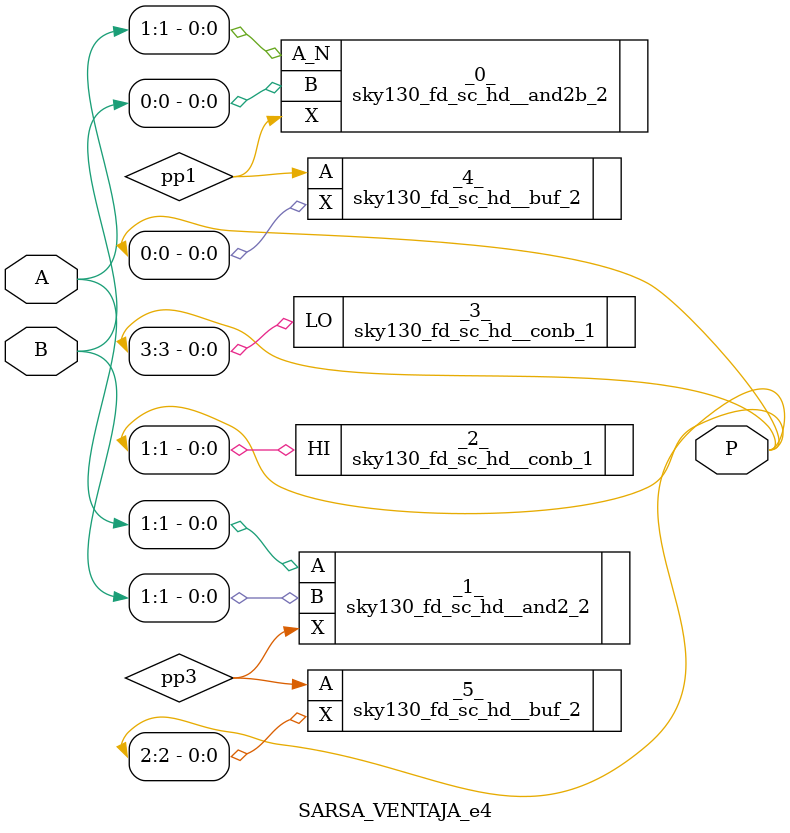
<source format=v>
module SARSA_VENTAJA_e4 (A,
    B,
    P);
 input [1:0] A;
 input [1:0] B;
 output [3:0] P;

 wire pp1;
 wire pp3;

 sky130_fd_sc_hd__and2b_2 _0_ (.A_N(A[1]),
    .B(B[0]),
    .X(pp1));
 sky130_fd_sc_hd__and2_2 _1_ (.A(A[1]),
    .B(B[1]),
    .X(pp3));
 sky130_fd_sc_hd__conb_1 _2_ (.HI(P[1]));
 sky130_fd_sc_hd__conb_1 _3_ (.LO(P[3]));
 sky130_fd_sc_hd__buf_2 _4_ (.A(pp1),
    .X(P[0]));
 sky130_fd_sc_hd__buf_2 _5_ (.A(pp3),
    .X(P[2]));
 sky130_fd_sc_hd__decap_3 PHY_EDGE_ROW_0_Right_0 ();
 sky130_fd_sc_hd__decap_3 PHY_EDGE_ROW_1_Right_1 ();
 sky130_fd_sc_hd__decap_3 PHY_EDGE_ROW_2_Right_2 ();
 sky130_fd_sc_hd__decap_3 PHY_EDGE_ROW_3_Right_3 ();
 sky130_fd_sc_hd__decap_3 PHY_EDGE_ROW_4_Right_4 ();
 sky130_fd_sc_hd__decap_3 PHY_EDGE_ROW_5_Right_5 ();
 sky130_fd_sc_hd__decap_3 PHY_EDGE_ROW_6_Right_6 ();
 sky130_fd_sc_hd__decap_3 PHY_EDGE_ROW_7_Right_7 ();
 sky130_fd_sc_hd__decap_3 PHY_EDGE_ROW_8_Right_8 ();
 sky130_fd_sc_hd__decap_3 PHY_EDGE_ROW_9_Right_9 ();
 sky130_fd_sc_hd__decap_3 PHY_EDGE_ROW_0_Left_10 ();
 sky130_fd_sc_hd__decap_3 PHY_EDGE_ROW_1_Left_11 ();
 sky130_fd_sc_hd__decap_3 PHY_EDGE_ROW_2_Left_12 ();
 sky130_fd_sc_hd__decap_3 PHY_EDGE_ROW_3_Left_13 ();
 sky130_fd_sc_hd__decap_3 PHY_EDGE_ROW_4_Left_14 ();
 sky130_fd_sc_hd__decap_3 PHY_EDGE_ROW_5_Left_15 ();
 sky130_fd_sc_hd__decap_3 PHY_EDGE_ROW_6_Left_16 ();
 sky130_fd_sc_hd__decap_3 PHY_EDGE_ROW_7_Left_17 ();
 sky130_fd_sc_hd__decap_3 PHY_EDGE_ROW_8_Left_18 ();
 sky130_fd_sc_hd__decap_3 PHY_EDGE_ROW_9_Left_19 ();
 sky130_fd_sc_hd__tapvpwrvgnd_1 TAP_TAPCELL_ROW_0_20 ();
 sky130_fd_sc_hd__tapvpwrvgnd_1 TAP_TAPCELL_ROW_0_21 ();
 sky130_fd_sc_hd__tapvpwrvgnd_1 TAP_TAPCELL_ROW_1_22 ();
 sky130_fd_sc_hd__tapvpwrvgnd_1 TAP_TAPCELL_ROW_2_23 ();
 sky130_fd_sc_hd__tapvpwrvgnd_1 TAP_TAPCELL_ROW_3_24 ();
 sky130_fd_sc_hd__tapvpwrvgnd_1 TAP_TAPCELL_ROW_4_25 ();
 sky130_fd_sc_hd__tapvpwrvgnd_1 TAP_TAPCELL_ROW_5_26 ();
 sky130_fd_sc_hd__tapvpwrvgnd_1 TAP_TAPCELL_ROW_6_27 ();
 sky130_fd_sc_hd__tapvpwrvgnd_1 TAP_TAPCELL_ROW_7_28 ();
 sky130_fd_sc_hd__tapvpwrvgnd_1 TAP_TAPCELL_ROW_8_29 ();
 sky130_fd_sc_hd__tapvpwrvgnd_1 TAP_TAPCELL_ROW_9_30 ();
 sky130_fd_sc_hd__tapvpwrvgnd_1 TAP_TAPCELL_ROW_9_31 ();
endmodule

</source>
